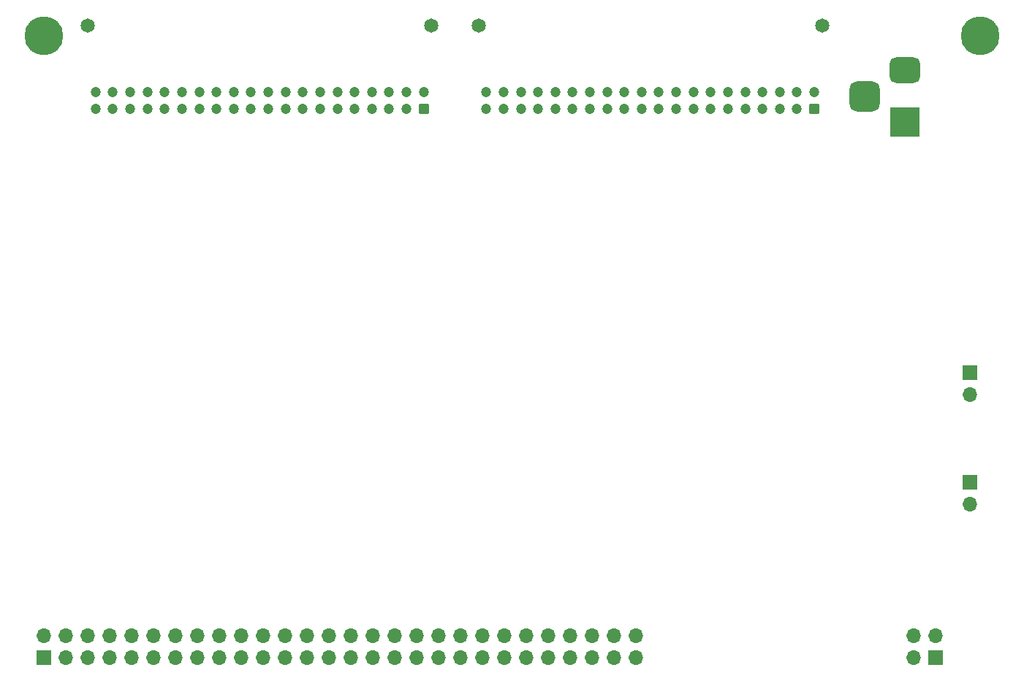
<source format=gbr>
%TF.GenerationSoftware,KiCad,Pcbnew,7.0.8*%
%TF.CreationDate,2023-10-20T14:12:00-05:00*%
%TF.ProjectId,breakout1,62726561-6b6f-4757-9431-2e6b69636164,rev?*%
%TF.SameCoordinates,Original*%
%TF.FileFunction,Soldermask,Bot*%
%TF.FilePolarity,Negative*%
%FSLAX46Y46*%
G04 Gerber Fmt 4.6, Leading zero omitted, Abs format (unit mm)*
G04 Created by KiCad (PCBNEW 7.0.8) date 2023-10-20 14:12:00*
%MOMM*%
%LPD*%
G01*
G04 APERTURE LIST*
G04 Aperture macros list*
%AMRoundRect*
0 Rectangle with rounded corners*
0 $1 Rounding radius*
0 $2 $3 $4 $5 $6 $7 $8 $9 X,Y pos of 4 corners*
0 Add a 4 corners polygon primitive as box body*
4,1,4,$2,$3,$4,$5,$6,$7,$8,$9,$2,$3,0*
0 Add four circle primitives for the rounded corners*
1,1,$1+$1,$2,$3*
1,1,$1+$1,$4,$5*
1,1,$1+$1,$6,$7*
1,1,$1+$1,$8,$9*
0 Add four rect primitives between the rounded corners*
20,1,$1+$1,$2,$3,$4,$5,0*
20,1,$1+$1,$4,$5,$6,$7,0*
20,1,$1+$1,$6,$7,$8,$9,0*
20,1,$1+$1,$8,$9,$2,$3,0*%
G04 Aperture macros list end*
%ADD10C,4.500000*%
%ADD11R,1.700000X1.700000*%
%ADD12O,1.700000X1.700000*%
%ADD13C,1.650000*%
%ADD14RoundRect,0.250000X0.350000X0.350000X-0.350000X0.350000X-0.350000X-0.350000X0.350000X-0.350000X0*%
%ADD15C,1.200000*%
%ADD16R,3.500000X3.500000*%
%ADD17RoundRect,0.750000X-1.000000X0.750000X-1.000000X-0.750000X1.000000X-0.750000X1.000000X0.750000X0*%
%ADD18RoundRect,0.875000X-0.875000X0.875000X-0.875000X-0.875000X0.875000X-0.875000X0.875000X0.875000X0*%
G04 APERTURE END LIST*
D10*
%TO.C,H1*%
X109750000Y-42500000D03*
%TD*%
D11*
%TO.C,J6*%
X213040000Y-114540000D03*
D12*
X210500000Y-114540000D03*
X213040000Y-112000000D03*
X210500000Y-112000000D03*
%TD*%
D11*
%TO.C,JP1*%
X217000000Y-81500000D03*
D12*
X217000000Y-84040000D03*
%TD*%
D13*
%TO.C,J1*%
X154650000Y-41300000D03*
X114850000Y-41300000D03*
D14*
X153750000Y-51000000D03*
D15*
X153750000Y-49000000D03*
X151750000Y-51000000D03*
X151750000Y-49000000D03*
X149750000Y-51000000D03*
X149750000Y-49000000D03*
X147750000Y-51000000D03*
X147750000Y-49000000D03*
X145750000Y-51000000D03*
X145750000Y-49000000D03*
X143750000Y-51000000D03*
X143750000Y-49000000D03*
X141750000Y-51000000D03*
X141750000Y-49000000D03*
X139750000Y-51000000D03*
X139750000Y-49000000D03*
X137750000Y-51000000D03*
X137750000Y-49000000D03*
X135750000Y-51000000D03*
X135750000Y-49000000D03*
X133750000Y-51000000D03*
X133750000Y-49000000D03*
X131750000Y-51000000D03*
X131750000Y-49000000D03*
X129750000Y-51000000D03*
X129750000Y-49000000D03*
X127750000Y-51000000D03*
X127750000Y-49000000D03*
X125750000Y-51000000D03*
X125750000Y-49000000D03*
X123750000Y-51000000D03*
X123750000Y-49000000D03*
X121750000Y-51000000D03*
X121750000Y-49000000D03*
X119750000Y-51000000D03*
X119750000Y-49000000D03*
X117750000Y-51000000D03*
X117750000Y-49000000D03*
X115750000Y-51000000D03*
X115750000Y-49000000D03*
%TD*%
D10*
%TO.C,H2*%
X218250000Y-42500000D03*
%TD*%
D16*
%TO.C,J4*%
X209500000Y-52500000D03*
D17*
X209500000Y-46500000D03*
D18*
X204800000Y-49500000D03*
%TD*%
D11*
%TO.C,JP2*%
X217000000Y-94250000D03*
D12*
X217000000Y-96790000D03*
%TD*%
D15*
%TO.C,J2*%
X161000000Y-49000000D03*
X161000000Y-51000000D03*
X163000000Y-49000000D03*
X163000000Y-51000000D03*
X165000000Y-49000000D03*
X165000000Y-51000000D03*
X167000000Y-49000000D03*
X167000000Y-51000000D03*
X169000000Y-49000000D03*
X169000000Y-51000000D03*
X171000000Y-49000000D03*
X171000000Y-51000000D03*
X173000000Y-49000000D03*
X173000000Y-51000000D03*
X175000000Y-49000000D03*
X175000000Y-51000000D03*
X177000000Y-49000000D03*
X177000000Y-51000000D03*
X179000000Y-49000000D03*
X179000000Y-51000000D03*
X181000000Y-49000000D03*
X181000000Y-51000000D03*
X183000000Y-49000000D03*
X183000000Y-51000000D03*
X185000000Y-49000000D03*
X185000000Y-51000000D03*
X187000000Y-49000000D03*
X187000000Y-51000000D03*
X189000000Y-49000000D03*
X189000000Y-51000000D03*
X191000000Y-49000000D03*
X191000000Y-51000000D03*
X193000000Y-49000000D03*
X193000000Y-51000000D03*
X195000000Y-49000000D03*
X195000000Y-51000000D03*
X197000000Y-49000000D03*
X197000000Y-51000000D03*
X199000000Y-49000000D03*
D14*
X199000000Y-51000000D03*
D13*
X160100000Y-41300000D03*
X199900000Y-41300000D03*
%TD*%
D11*
%TO.C,J3*%
X109740000Y-114540000D03*
D12*
X109740000Y-112000000D03*
X112280000Y-114540000D03*
X112280000Y-112000000D03*
X114820000Y-114540000D03*
X114820000Y-112000000D03*
X117360000Y-114540000D03*
X117360000Y-112000000D03*
X119900000Y-114540000D03*
X119900000Y-112000000D03*
X122440000Y-114540000D03*
X122440000Y-112000000D03*
X124980000Y-114540000D03*
X124980000Y-112000000D03*
X127520000Y-114540000D03*
X127520000Y-112000000D03*
X130060000Y-114540000D03*
X130060000Y-112000000D03*
X132600000Y-114540000D03*
X132600000Y-112000000D03*
X135140000Y-114540000D03*
X135140000Y-112000000D03*
X137680000Y-114540000D03*
X137680000Y-112000000D03*
X140220000Y-114540000D03*
X140220000Y-112000000D03*
X142760000Y-114540000D03*
X142760000Y-112000000D03*
X145300000Y-114540000D03*
X145300000Y-112000000D03*
X147840000Y-114540000D03*
X147840000Y-112000000D03*
X150380000Y-114540000D03*
X150380000Y-112000000D03*
X152920000Y-114540000D03*
X152920000Y-112000000D03*
X155460000Y-114540000D03*
X155460000Y-112000000D03*
X158000000Y-114540000D03*
X158000000Y-112000000D03*
X160540000Y-114540000D03*
X160540000Y-112000000D03*
X163080000Y-114540000D03*
X163080000Y-112000000D03*
X165620000Y-114540000D03*
X165620000Y-112000000D03*
X168160000Y-114540000D03*
X168160000Y-112000000D03*
X170700000Y-114540000D03*
X170700000Y-112000000D03*
X173240000Y-114540000D03*
X173240000Y-112000000D03*
X175780000Y-114540000D03*
X175780000Y-112000000D03*
X178320000Y-114540000D03*
X178320000Y-112000000D03*
%TD*%
M02*

</source>
